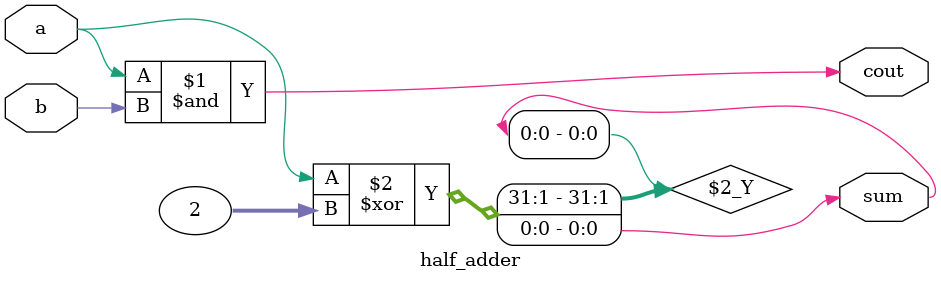
<source format=v>
module half_adder( 
input a, b,
output cout, sum );
assign cout = a&b;
assign sum = a^2;
endmodule

</source>
